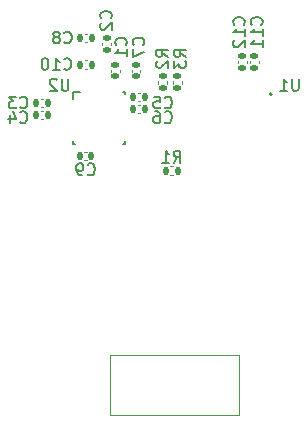
<source format=gbo>
G04 #@! TF.GenerationSoftware,KiCad,Pcbnew,8.0.5*
G04 #@! TF.CreationDate,2025-05-26T10:54:01-04:00*
G04 #@! TF.ProjectId,tcg_counter,7463675f-636f-4756-9e74-65722e6b6963,1*
G04 #@! TF.SameCoordinates,Original*
G04 #@! TF.FileFunction,Legend,Bot*
G04 #@! TF.FilePolarity,Positive*
%FSLAX46Y46*%
G04 Gerber Fmt 4.6, Leading zero omitted, Abs format (unit mm)*
G04 Created by KiCad (PCBNEW 8.0.5) date 2025-05-26 10:54:01*
%MOMM*%
%LPD*%
G01*
G04 APERTURE LIST*
G04 Aperture macros list*
%AMRoundRect*
0 Rectangle with rounded corners*
0 $1 Rounding radius*
0 $2 $3 $4 $5 $6 $7 $8 $9 X,Y pos of 4 corners*
0 Add a 4 corners polygon primitive as box body*
4,1,4,$2,$3,$4,$5,$6,$7,$8,$9,$2,$3,0*
0 Add four circle primitives for the rounded corners*
1,1,$1+$1,$2,$3*
1,1,$1+$1,$4,$5*
1,1,$1+$1,$6,$7*
1,1,$1+$1,$8,$9*
0 Add four rect primitives between the rounded corners*
20,1,$1+$1,$2,$3,$4,$5,0*
20,1,$1+$1,$4,$5,$6,$7,0*
20,1,$1+$1,$6,$7,$8,$9,0*
20,1,$1+$1,$8,$9,$2,$3,0*%
G04 Aperture macros list end*
%ADD10C,0.150000*%
%ADD11C,0.120000*%
%ADD12C,0.152400*%
%ADD13C,0.990600*%
%ADD14C,0.400000*%
%ADD15O,0.240000X0.599999*%
%ADD16O,0.599999X0.240000*%
%ADD17R,2.100001X2.100001*%
%ADD18RoundRect,0.140000X0.170000X-0.140000X0.170000X0.140000X-0.170000X0.140000X-0.170000X-0.140000X0*%
%ADD19RoundRect,0.135000X-0.185000X0.135000X-0.185000X-0.135000X0.185000X-0.135000X0.185000X0.135000X0*%
%ADD20RoundRect,0.140000X-0.140000X-0.170000X0.140000X-0.170000X0.140000X0.170000X-0.140000X0.170000X0*%
%ADD21RoundRect,0.140000X-0.170000X0.140000X-0.170000X-0.140000X0.170000X-0.140000X0.170000X0.140000X0*%
%ADD22RoundRect,0.140000X0.140000X0.170000X-0.140000X0.170000X-0.140000X-0.170000X0.140000X-0.170000X0*%
%ADD23R,0.600000X0.250000*%
%ADD24R,0.250000X0.600000*%
%ADD25R,2.200000X2.200000*%
%ADD26RoundRect,0.135000X0.135000X0.185000X-0.135000X0.185000X-0.135000X-0.185000X0.135000X-0.185000X0*%
G04 APERTURE END LIST*
D10*
X152011904Y-100704819D02*
X152011904Y-101514342D01*
X152011904Y-101514342D02*
X151964285Y-101609580D01*
X151964285Y-101609580D02*
X151916666Y-101657200D01*
X151916666Y-101657200D02*
X151821428Y-101704819D01*
X151821428Y-101704819D02*
X151630952Y-101704819D01*
X151630952Y-101704819D02*
X151535714Y-101657200D01*
X151535714Y-101657200D02*
X151488095Y-101609580D01*
X151488095Y-101609580D02*
X151440476Y-101514342D01*
X151440476Y-101514342D02*
X151440476Y-100704819D01*
X150440476Y-101704819D02*
X151011904Y-101704819D01*
X150726190Y-101704819D02*
X150726190Y-100704819D01*
X150726190Y-100704819D02*
X150821428Y-100847676D01*
X150821428Y-100847676D02*
X150916666Y-100942914D01*
X150916666Y-100942914D02*
X151011904Y-100990533D01*
X132511904Y-100704819D02*
X132511904Y-101514342D01*
X132511904Y-101514342D02*
X132464285Y-101609580D01*
X132464285Y-101609580D02*
X132416666Y-101657200D01*
X132416666Y-101657200D02*
X132321428Y-101704819D01*
X132321428Y-101704819D02*
X132130952Y-101704819D01*
X132130952Y-101704819D02*
X132035714Y-101657200D01*
X132035714Y-101657200D02*
X131988095Y-101609580D01*
X131988095Y-101609580D02*
X131940476Y-101514342D01*
X131940476Y-101514342D02*
X131940476Y-100704819D01*
X131511904Y-100800057D02*
X131464285Y-100752438D01*
X131464285Y-100752438D02*
X131369047Y-100704819D01*
X131369047Y-100704819D02*
X131130952Y-100704819D01*
X131130952Y-100704819D02*
X131035714Y-100752438D01*
X131035714Y-100752438D02*
X130988095Y-100800057D01*
X130988095Y-100800057D02*
X130940476Y-100895295D01*
X130940476Y-100895295D02*
X130940476Y-100990533D01*
X130940476Y-100990533D02*
X130988095Y-101133390D01*
X130988095Y-101133390D02*
X131559523Y-101704819D01*
X131559523Y-101704819D02*
X130940476Y-101704819D01*
X136109580Y-95583333D02*
X136157200Y-95535714D01*
X136157200Y-95535714D02*
X136204819Y-95392857D01*
X136204819Y-95392857D02*
X136204819Y-95297619D01*
X136204819Y-95297619D02*
X136157200Y-95154762D01*
X136157200Y-95154762D02*
X136061961Y-95059524D01*
X136061961Y-95059524D02*
X135966723Y-95011905D01*
X135966723Y-95011905D02*
X135776247Y-94964286D01*
X135776247Y-94964286D02*
X135633390Y-94964286D01*
X135633390Y-94964286D02*
X135442914Y-95011905D01*
X135442914Y-95011905D02*
X135347676Y-95059524D01*
X135347676Y-95059524D02*
X135252438Y-95154762D01*
X135252438Y-95154762D02*
X135204819Y-95297619D01*
X135204819Y-95297619D02*
X135204819Y-95392857D01*
X135204819Y-95392857D02*
X135252438Y-95535714D01*
X135252438Y-95535714D02*
X135300057Y-95583333D01*
X135300057Y-95964286D02*
X135252438Y-96011905D01*
X135252438Y-96011905D02*
X135204819Y-96107143D01*
X135204819Y-96107143D02*
X135204819Y-96345238D01*
X135204819Y-96345238D02*
X135252438Y-96440476D01*
X135252438Y-96440476D02*
X135300057Y-96488095D01*
X135300057Y-96488095D02*
X135395295Y-96535714D01*
X135395295Y-96535714D02*
X135490533Y-96535714D01*
X135490533Y-96535714D02*
X135633390Y-96488095D01*
X135633390Y-96488095D02*
X136204819Y-95916667D01*
X136204819Y-95916667D02*
X136204819Y-96535714D01*
X142454819Y-98833333D02*
X141978628Y-98500000D01*
X142454819Y-98261905D02*
X141454819Y-98261905D01*
X141454819Y-98261905D02*
X141454819Y-98642857D01*
X141454819Y-98642857D02*
X141502438Y-98738095D01*
X141502438Y-98738095D02*
X141550057Y-98785714D01*
X141550057Y-98785714D02*
X141645295Y-98833333D01*
X141645295Y-98833333D02*
X141788152Y-98833333D01*
X141788152Y-98833333D02*
X141883390Y-98785714D01*
X141883390Y-98785714D02*
X141931009Y-98738095D01*
X141931009Y-98738095D02*
X141978628Y-98642857D01*
X141978628Y-98642857D02*
X141978628Y-98261905D01*
X141454819Y-99166667D02*
X141454819Y-99785714D01*
X141454819Y-99785714D02*
X141835771Y-99452381D01*
X141835771Y-99452381D02*
X141835771Y-99595238D01*
X141835771Y-99595238D02*
X141883390Y-99690476D01*
X141883390Y-99690476D02*
X141931009Y-99738095D01*
X141931009Y-99738095D02*
X142026247Y-99785714D01*
X142026247Y-99785714D02*
X142264342Y-99785714D01*
X142264342Y-99785714D02*
X142359580Y-99738095D01*
X142359580Y-99738095D02*
X142407200Y-99690476D01*
X142407200Y-99690476D02*
X142454819Y-99595238D01*
X142454819Y-99595238D02*
X142454819Y-99309524D01*
X142454819Y-99309524D02*
X142407200Y-99214286D01*
X142407200Y-99214286D02*
X142359580Y-99166667D01*
X140666666Y-103109580D02*
X140714285Y-103157200D01*
X140714285Y-103157200D02*
X140857142Y-103204819D01*
X140857142Y-103204819D02*
X140952380Y-103204819D01*
X140952380Y-103204819D02*
X141095237Y-103157200D01*
X141095237Y-103157200D02*
X141190475Y-103061961D01*
X141190475Y-103061961D02*
X141238094Y-102966723D01*
X141238094Y-102966723D02*
X141285713Y-102776247D01*
X141285713Y-102776247D02*
X141285713Y-102633390D01*
X141285713Y-102633390D02*
X141238094Y-102442914D01*
X141238094Y-102442914D02*
X141190475Y-102347676D01*
X141190475Y-102347676D02*
X141095237Y-102252438D01*
X141095237Y-102252438D02*
X140952380Y-102204819D01*
X140952380Y-102204819D02*
X140857142Y-102204819D01*
X140857142Y-102204819D02*
X140714285Y-102252438D01*
X140714285Y-102252438D02*
X140666666Y-102300057D01*
X139761904Y-102204819D02*
X140238094Y-102204819D01*
X140238094Y-102204819D02*
X140285713Y-102681009D01*
X140285713Y-102681009D02*
X140238094Y-102633390D01*
X140238094Y-102633390D02*
X140142856Y-102585771D01*
X140142856Y-102585771D02*
X139904761Y-102585771D01*
X139904761Y-102585771D02*
X139809523Y-102633390D01*
X139809523Y-102633390D02*
X139761904Y-102681009D01*
X139761904Y-102681009D02*
X139714285Y-102776247D01*
X139714285Y-102776247D02*
X139714285Y-103014342D01*
X139714285Y-103014342D02*
X139761904Y-103109580D01*
X139761904Y-103109580D02*
X139809523Y-103157200D01*
X139809523Y-103157200D02*
X139904761Y-103204819D01*
X139904761Y-103204819D02*
X140142856Y-103204819D01*
X140142856Y-103204819D02*
X140238094Y-103157200D01*
X140238094Y-103157200D02*
X140285713Y-103109580D01*
X134146666Y-108769580D02*
X134194285Y-108817200D01*
X134194285Y-108817200D02*
X134337142Y-108864819D01*
X134337142Y-108864819D02*
X134432380Y-108864819D01*
X134432380Y-108864819D02*
X134575237Y-108817200D01*
X134575237Y-108817200D02*
X134670475Y-108721961D01*
X134670475Y-108721961D02*
X134718094Y-108626723D01*
X134718094Y-108626723D02*
X134765713Y-108436247D01*
X134765713Y-108436247D02*
X134765713Y-108293390D01*
X134765713Y-108293390D02*
X134718094Y-108102914D01*
X134718094Y-108102914D02*
X134670475Y-108007676D01*
X134670475Y-108007676D02*
X134575237Y-107912438D01*
X134575237Y-107912438D02*
X134432380Y-107864819D01*
X134432380Y-107864819D02*
X134337142Y-107864819D01*
X134337142Y-107864819D02*
X134194285Y-107912438D01*
X134194285Y-107912438D02*
X134146666Y-107960057D01*
X133670475Y-108864819D02*
X133479999Y-108864819D01*
X133479999Y-108864819D02*
X133384761Y-108817200D01*
X133384761Y-108817200D02*
X133337142Y-108769580D01*
X133337142Y-108769580D02*
X133241904Y-108626723D01*
X133241904Y-108626723D02*
X133194285Y-108436247D01*
X133194285Y-108436247D02*
X133194285Y-108055295D01*
X133194285Y-108055295D02*
X133241904Y-107960057D01*
X133241904Y-107960057D02*
X133289523Y-107912438D01*
X133289523Y-107912438D02*
X133384761Y-107864819D01*
X133384761Y-107864819D02*
X133575237Y-107864819D01*
X133575237Y-107864819D02*
X133670475Y-107912438D01*
X133670475Y-107912438D02*
X133718094Y-107960057D01*
X133718094Y-107960057D02*
X133765713Y-108055295D01*
X133765713Y-108055295D02*
X133765713Y-108293390D01*
X133765713Y-108293390D02*
X133718094Y-108388628D01*
X133718094Y-108388628D02*
X133670475Y-108436247D01*
X133670475Y-108436247D02*
X133575237Y-108483866D01*
X133575237Y-108483866D02*
X133384761Y-108483866D01*
X133384761Y-108483866D02*
X133289523Y-108436247D01*
X133289523Y-108436247D02*
X133241904Y-108388628D01*
X133241904Y-108388628D02*
X133194285Y-108293390D01*
X140954819Y-98833333D02*
X140478628Y-98500000D01*
X140954819Y-98261905D02*
X139954819Y-98261905D01*
X139954819Y-98261905D02*
X139954819Y-98642857D01*
X139954819Y-98642857D02*
X140002438Y-98738095D01*
X140002438Y-98738095D02*
X140050057Y-98785714D01*
X140050057Y-98785714D02*
X140145295Y-98833333D01*
X140145295Y-98833333D02*
X140288152Y-98833333D01*
X140288152Y-98833333D02*
X140383390Y-98785714D01*
X140383390Y-98785714D02*
X140431009Y-98738095D01*
X140431009Y-98738095D02*
X140478628Y-98642857D01*
X140478628Y-98642857D02*
X140478628Y-98261905D01*
X140050057Y-99214286D02*
X140002438Y-99261905D01*
X140002438Y-99261905D02*
X139954819Y-99357143D01*
X139954819Y-99357143D02*
X139954819Y-99595238D01*
X139954819Y-99595238D02*
X140002438Y-99690476D01*
X140002438Y-99690476D02*
X140050057Y-99738095D01*
X140050057Y-99738095D02*
X140145295Y-99785714D01*
X140145295Y-99785714D02*
X140240533Y-99785714D01*
X140240533Y-99785714D02*
X140383390Y-99738095D01*
X140383390Y-99738095D02*
X140954819Y-99166667D01*
X140954819Y-99166667D02*
X140954819Y-99785714D01*
X138859580Y-97833333D02*
X138907200Y-97785714D01*
X138907200Y-97785714D02*
X138954819Y-97642857D01*
X138954819Y-97642857D02*
X138954819Y-97547619D01*
X138954819Y-97547619D02*
X138907200Y-97404762D01*
X138907200Y-97404762D02*
X138811961Y-97309524D01*
X138811961Y-97309524D02*
X138716723Y-97261905D01*
X138716723Y-97261905D02*
X138526247Y-97214286D01*
X138526247Y-97214286D02*
X138383390Y-97214286D01*
X138383390Y-97214286D02*
X138192914Y-97261905D01*
X138192914Y-97261905D02*
X138097676Y-97309524D01*
X138097676Y-97309524D02*
X138002438Y-97404762D01*
X138002438Y-97404762D02*
X137954819Y-97547619D01*
X137954819Y-97547619D02*
X137954819Y-97642857D01*
X137954819Y-97642857D02*
X138002438Y-97785714D01*
X138002438Y-97785714D02*
X138050057Y-97833333D01*
X137954819Y-98166667D02*
X137954819Y-98833333D01*
X137954819Y-98833333D02*
X138954819Y-98404762D01*
X128416666Y-103109580D02*
X128464285Y-103157200D01*
X128464285Y-103157200D02*
X128607142Y-103204819D01*
X128607142Y-103204819D02*
X128702380Y-103204819D01*
X128702380Y-103204819D02*
X128845237Y-103157200D01*
X128845237Y-103157200D02*
X128940475Y-103061961D01*
X128940475Y-103061961D02*
X128988094Y-102966723D01*
X128988094Y-102966723D02*
X129035713Y-102776247D01*
X129035713Y-102776247D02*
X129035713Y-102633390D01*
X129035713Y-102633390D02*
X128988094Y-102442914D01*
X128988094Y-102442914D02*
X128940475Y-102347676D01*
X128940475Y-102347676D02*
X128845237Y-102252438D01*
X128845237Y-102252438D02*
X128702380Y-102204819D01*
X128702380Y-102204819D02*
X128607142Y-102204819D01*
X128607142Y-102204819D02*
X128464285Y-102252438D01*
X128464285Y-102252438D02*
X128416666Y-102300057D01*
X128083332Y-102204819D02*
X127464285Y-102204819D01*
X127464285Y-102204819D02*
X127797618Y-102585771D01*
X127797618Y-102585771D02*
X127654761Y-102585771D01*
X127654761Y-102585771D02*
X127559523Y-102633390D01*
X127559523Y-102633390D02*
X127511904Y-102681009D01*
X127511904Y-102681009D02*
X127464285Y-102776247D01*
X127464285Y-102776247D02*
X127464285Y-103014342D01*
X127464285Y-103014342D02*
X127511904Y-103109580D01*
X127511904Y-103109580D02*
X127559523Y-103157200D01*
X127559523Y-103157200D02*
X127654761Y-103204819D01*
X127654761Y-103204819D02*
X127940475Y-103204819D01*
X127940475Y-103204819D02*
X128035713Y-103157200D01*
X128035713Y-103157200D02*
X128083332Y-103109580D01*
X148859580Y-96107142D02*
X148907200Y-96059523D01*
X148907200Y-96059523D02*
X148954819Y-95916666D01*
X148954819Y-95916666D02*
X148954819Y-95821428D01*
X148954819Y-95821428D02*
X148907200Y-95678571D01*
X148907200Y-95678571D02*
X148811961Y-95583333D01*
X148811961Y-95583333D02*
X148716723Y-95535714D01*
X148716723Y-95535714D02*
X148526247Y-95488095D01*
X148526247Y-95488095D02*
X148383390Y-95488095D01*
X148383390Y-95488095D02*
X148192914Y-95535714D01*
X148192914Y-95535714D02*
X148097676Y-95583333D01*
X148097676Y-95583333D02*
X148002438Y-95678571D01*
X148002438Y-95678571D02*
X147954819Y-95821428D01*
X147954819Y-95821428D02*
X147954819Y-95916666D01*
X147954819Y-95916666D02*
X148002438Y-96059523D01*
X148002438Y-96059523D02*
X148050057Y-96107142D01*
X148954819Y-97059523D02*
X148954819Y-96488095D01*
X148954819Y-96773809D02*
X147954819Y-96773809D01*
X147954819Y-96773809D02*
X148097676Y-96678571D01*
X148097676Y-96678571D02*
X148192914Y-96583333D01*
X148192914Y-96583333D02*
X148240533Y-96488095D01*
X148954819Y-98011904D02*
X148954819Y-97440476D01*
X148954819Y-97726190D02*
X147954819Y-97726190D01*
X147954819Y-97726190D02*
X148097676Y-97630952D01*
X148097676Y-97630952D02*
X148192914Y-97535714D01*
X148192914Y-97535714D02*
X148240533Y-97440476D01*
X132166666Y-97609580D02*
X132214285Y-97657200D01*
X132214285Y-97657200D02*
X132357142Y-97704819D01*
X132357142Y-97704819D02*
X132452380Y-97704819D01*
X132452380Y-97704819D02*
X132595237Y-97657200D01*
X132595237Y-97657200D02*
X132690475Y-97561961D01*
X132690475Y-97561961D02*
X132738094Y-97466723D01*
X132738094Y-97466723D02*
X132785713Y-97276247D01*
X132785713Y-97276247D02*
X132785713Y-97133390D01*
X132785713Y-97133390D02*
X132738094Y-96942914D01*
X132738094Y-96942914D02*
X132690475Y-96847676D01*
X132690475Y-96847676D02*
X132595237Y-96752438D01*
X132595237Y-96752438D02*
X132452380Y-96704819D01*
X132452380Y-96704819D02*
X132357142Y-96704819D01*
X132357142Y-96704819D02*
X132214285Y-96752438D01*
X132214285Y-96752438D02*
X132166666Y-96800057D01*
X131595237Y-97133390D02*
X131690475Y-97085771D01*
X131690475Y-97085771D02*
X131738094Y-97038152D01*
X131738094Y-97038152D02*
X131785713Y-96942914D01*
X131785713Y-96942914D02*
X131785713Y-96895295D01*
X131785713Y-96895295D02*
X131738094Y-96800057D01*
X131738094Y-96800057D02*
X131690475Y-96752438D01*
X131690475Y-96752438D02*
X131595237Y-96704819D01*
X131595237Y-96704819D02*
X131404761Y-96704819D01*
X131404761Y-96704819D02*
X131309523Y-96752438D01*
X131309523Y-96752438D02*
X131261904Y-96800057D01*
X131261904Y-96800057D02*
X131214285Y-96895295D01*
X131214285Y-96895295D02*
X131214285Y-96942914D01*
X131214285Y-96942914D02*
X131261904Y-97038152D01*
X131261904Y-97038152D02*
X131309523Y-97085771D01*
X131309523Y-97085771D02*
X131404761Y-97133390D01*
X131404761Y-97133390D02*
X131595237Y-97133390D01*
X131595237Y-97133390D02*
X131690475Y-97181009D01*
X131690475Y-97181009D02*
X131738094Y-97228628D01*
X131738094Y-97228628D02*
X131785713Y-97323866D01*
X131785713Y-97323866D02*
X131785713Y-97514342D01*
X131785713Y-97514342D02*
X131738094Y-97609580D01*
X131738094Y-97609580D02*
X131690475Y-97657200D01*
X131690475Y-97657200D02*
X131595237Y-97704819D01*
X131595237Y-97704819D02*
X131404761Y-97704819D01*
X131404761Y-97704819D02*
X131309523Y-97657200D01*
X131309523Y-97657200D02*
X131261904Y-97609580D01*
X131261904Y-97609580D02*
X131214285Y-97514342D01*
X131214285Y-97514342D02*
X131214285Y-97323866D01*
X131214285Y-97323866D02*
X131261904Y-97228628D01*
X131261904Y-97228628D02*
X131309523Y-97181009D01*
X131309523Y-97181009D02*
X131404761Y-97133390D01*
X141416666Y-107784819D02*
X141749999Y-107308628D01*
X141988094Y-107784819D02*
X141988094Y-106784819D01*
X141988094Y-106784819D02*
X141607142Y-106784819D01*
X141607142Y-106784819D02*
X141511904Y-106832438D01*
X141511904Y-106832438D02*
X141464285Y-106880057D01*
X141464285Y-106880057D02*
X141416666Y-106975295D01*
X141416666Y-106975295D02*
X141416666Y-107118152D01*
X141416666Y-107118152D02*
X141464285Y-107213390D01*
X141464285Y-107213390D02*
X141511904Y-107261009D01*
X141511904Y-107261009D02*
X141607142Y-107308628D01*
X141607142Y-107308628D02*
X141988094Y-107308628D01*
X140464285Y-107784819D02*
X141035713Y-107784819D01*
X140749999Y-107784819D02*
X140749999Y-106784819D01*
X140749999Y-106784819D02*
X140845237Y-106927676D01*
X140845237Y-106927676D02*
X140940475Y-107022914D01*
X140940475Y-107022914D02*
X141035713Y-107070533D01*
X128416666Y-104359580D02*
X128464285Y-104407200D01*
X128464285Y-104407200D02*
X128607142Y-104454819D01*
X128607142Y-104454819D02*
X128702380Y-104454819D01*
X128702380Y-104454819D02*
X128845237Y-104407200D01*
X128845237Y-104407200D02*
X128940475Y-104311961D01*
X128940475Y-104311961D02*
X128988094Y-104216723D01*
X128988094Y-104216723D02*
X129035713Y-104026247D01*
X129035713Y-104026247D02*
X129035713Y-103883390D01*
X129035713Y-103883390D02*
X128988094Y-103692914D01*
X128988094Y-103692914D02*
X128940475Y-103597676D01*
X128940475Y-103597676D02*
X128845237Y-103502438D01*
X128845237Y-103502438D02*
X128702380Y-103454819D01*
X128702380Y-103454819D02*
X128607142Y-103454819D01*
X128607142Y-103454819D02*
X128464285Y-103502438D01*
X128464285Y-103502438D02*
X128416666Y-103550057D01*
X127559523Y-103788152D02*
X127559523Y-104454819D01*
X127797618Y-103407200D02*
X128035713Y-104121485D01*
X128035713Y-104121485D02*
X127416666Y-104121485D01*
X147359580Y-96107142D02*
X147407200Y-96059523D01*
X147407200Y-96059523D02*
X147454819Y-95916666D01*
X147454819Y-95916666D02*
X147454819Y-95821428D01*
X147454819Y-95821428D02*
X147407200Y-95678571D01*
X147407200Y-95678571D02*
X147311961Y-95583333D01*
X147311961Y-95583333D02*
X147216723Y-95535714D01*
X147216723Y-95535714D02*
X147026247Y-95488095D01*
X147026247Y-95488095D02*
X146883390Y-95488095D01*
X146883390Y-95488095D02*
X146692914Y-95535714D01*
X146692914Y-95535714D02*
X146597676Y-95583333D01*
X146597676Y-95583333D02*
X146502438Y-95678571D01*
X146502438Y-95678571D02*
X146454819Y-95821428D01*
X146454819Y-95821428D02*
X146454819Y-95916666D01*
X146454819Y-95916666D02*
X146502438Y-96059523D01*
X146502438Y-96059523D02*
X146550057Y-96107142D01*
X147454819Y-97059523D02*
X147454819Y-96488095D01*
X147454819Y-96773809D02*
X146454819Y-96773809D01*
X146454819Y-96773809D02*
X146597676Y-96678571D01*
X146597676Y-96678571D02*
X146692914Y-96583333D01*
X146692914Y-96583333D02*
X146740533Y-96488095D01*
X146550057Y-97440476D02*
X146502438Y-97488095D01*
X146502438Y-97488095D02*
X146454819Y-97583333D01*
X146454819Y-97583333D02*
X146454819Y-97821428D01*
X146454819Y-97821428D02*
X146502438Y-97916666D01*
X146502438Y-97916666D02*
X146550057Y-97964285D01*
X146550057Y-97964285D02*
X146645295Y-98011904D01*
X146645295Y-98011904D02*
X146740533Y-98011904D01*
X146740533Y-98011904D02*
X146883390Y-97964285D01*
X146883390Y-97964285D02*
X147454819Y-97392857D01*
X147454819Y-97392857D02*
X147454819Y-98011904D01*
X132142857Y-99859580D02*
X132190476Y-99907200D01*
X132190476Y-99907200D02*
X132333333Y-99954819D01*
X132333333Y-99954819D02*
X132428571Y-99954819D01*
X132428571Y-99954819D02*
X132571428Y-99907200D01*
X132571428Y-99907200D02*
X132666666Y-99811961D01*
X132666666Y-99811961D02*
X132714285Y-99716723D01*
X132714285Y-99716723D02*
X132761904Y-99526247D01*
X132761904Y-99526247D02*
X132761904Y-99383390D01*
X132761904Y-99383390D02*
X132714285Y-99192914D01*
X132714285Y-99192914D02*
X132666666Y-99097676D01*
X132666666Y-99097676D02*
X132571428Y-99002438D01*
X132571428Y-99002438D02*
X132428571Y-98954819D01*
X132428571Y-98954819D02*
X132333333Y-98954819D01*
X132333333Y-98954819D02*
X132190476Y-99002438D01*
X132190476Y-99002438D02*
X132142857Y-99050057D01*
X131190476Y-99954819D02*
X131761904Y-99954819D01*
X131476190Y-99954819D02*
X131476190Y-98954819D01*
X131476190Y-98954819D02*
X131571428Y-99097676D01*
X131571428Y-99097676D02*
X131666666Y-99192914D01*
X131666666Y-99192914D02*
X131761904Y-99240533D01*
X130571428Y-98954819D02*
X130476190Y-98954819D01*
X130476190Y-98954819D02*
X130380952Y-99002438D01*
X130380952Y-99002438D02*
X130333333Y-99050057D01*
X130333333Y-99050057D02*
X130285714Y-99145295D01*
X130285714Y-99145295D02*
X130238095Y-99335771D01*
X130238095Y-99335771D02*
X130238095Y-99573866D01*
X130238095Y-99573866D02*
X130285714Y-99764342D01*
X130285714Y-99764342D02*
X130333333Y-99859580D01*
X130333333Y-99859580D02*
X130380952Y-99907200D01*
X130380952Y-99907200D02*
X130476190Y-99954819D01*
X130476190Y-99954819D02*
X130571428Y-99954819D01*
X130571428Y-99954819D02*
X130666666Y-99907200D01*
X130666666Y-99907200D02*
X130714285Y-99859580D01*
X130714285Y-99859580D02*
X130761904Y-99764342D01*
X130761904Y-99764342D02*
X130809523Y-99573866D01*
X130809523Y-99573866D02*
X130809523Y-99335771D01*
X130809523Y-99335771D02*
X130761904Y-99145295D01*
X130761904Y-99145295D02*
X130714285Y-99050057D01*
X130714285Y-99050057D02*
X130666666Y-99002438D01*
X130666666Y-99002438D02*
X130571428Y-98954819D01*
X137359580Y-97833333D02*
X137407200Y-97785714D01*
X137407200Y-97785714D02*
X137454819Y-97642857D01*
X137454819Y-97642857D02*
X137454819Y-97547619D01*
X137454819Y-97547619D02*
X137407200Y-97404762D01*
X137407200Y-97404762D02*
X137311961Y-97309524D01*
X137311961Y-97309524D02*
X137216723Y-97261905D01*
X137216723Y-97261905D02*
X137026247Y-97214286D01*
X137026247Y-97214286D02*
X136883390Y-97214286D01*
X136883390Y-97214286D02*
X136692914Y-97261905D01*
X136692914Y-97261905D02*
X136597676Y-97309524D01*
X136597676Y-97309524D02*
X136502438Y-97404762D01*
X136502438Y-97404762D02*
X136454819Y-97547619D01*
X136454819Y-97547619D02*
X136454819Y-97642857D01*
X136454819Y-97642857D02*
X136502438Y-97785714D01*
X136502438Y-97785714D02*
X136550057Y-97833333D01*
X137454819Y-98785714D02*
X137454819Y-98214286D01*
X137454819Y-98500000D02*
X136454819Y-98500000D01*
X136454819Y-98500000D02*
X136597676Y-98404762D01*
X136597676Y-98404762D02*
X136692914Y-98309524D01*
X136692914Y-98309524D02*
X136740533Y-98214286D01*
X140666666Y-104359580D02*
X140714285Y-104407200D01*
X140714285Y-104407200D02*
X140857142Y-104454819D01*
X140857142Y-104454819D02*
X140952380Y-104454819D01*
X140952380Y-104454819D02*
X141095237Y-104407200D01*
X141095237Y-104407200D02*
X141190475Y-104311961D01*
X141190475Y-104311961D02*
X141238094Y-104216723D01*
X141238094Y-104216723D02*
X141285713Y-104026247D01*
X141285713Y-104026247D02*
X141285713Y-103883390D01*
X141285713Y-103883390D02*
X141238094Y-103692914D01*
X141238094Y-103692914D02*
X141190475Y-103597676D01*
X141190475Y-103597676D02*
X141095237Y-103502438D01*
X141095237Y-103502438D02*
X140952380Y-103454819D01*
X140952380Y-103454819D02*
X140857142Y-103454819D01*
X140857142Y-103454819D02*
X140714285Y-103502438D01*
X140714285Y-103502438D02*
X140666666Y-103550057D01*
X139809523Y-103454819D02*
X139999999Y-103454819D01*
X139999999Y-103454819D02*
X140095237Y-103502438D01*
X140095237Y-103502438D02*
X140142856Y-103550057D01*
X140142856Y-103550057D02*
X140238094Y-103692914D01*
X140238094Y-103692914D02*
X140285713Y-103883390D01*
X140285713Y-103883390D02*
X140285713Y-104264342D01*
X140285713Y-104264342D02*
X140238094Y-104359580D01*
X140238094Y-104359580D02*
X140190475Y-104407200D01*
X140190475Y-104407200D02*
X140095237Y-104454819D01*
X140095237Y-104454819D02*
X139904761Y-104454819D01*
X139904761Y-104454819D02*
X139809523Y-104407200D01*
X139809523Y-104407200D02*
X139761904Y-104359580D01*
X139761904Y-104359580D02*
X139714285Y-104264342D01*
X139714285Y-104264342D02*
X139714285Y-104026247D01*
X139714285Y-104026247D02*
X139761904Y-103931009D01*
X139761904Y-103931009D02*
X139809523Y-103883390D01*
X139809523Y-103883390D02*
X139904761Y-103835771D01*
X139904761Y-103835771D02*
X140095237Y-103835771D01*
X140095237Y-103835771D02*
X140190475Y-103883390D01*
X140190475Y-103883390D02*
X140238094Y-103931009D01*
X140238094Y-103931009D02*
X140285713Y-104026247D01*
D11*
X136030000Y-124095000D02*
X146970000Y-124095000D01*
X136030000Y-129175000D02*
X136030000Y-124095000D01*
X146970000Y-124095000D02*
X146970000Y-129175000D01*
X146970000Y-129175000D02*
X136030000Y-129175000D01*
D12*
X132875002Y-101775001D02*
X133500002Y-101775001D01*
X132875002Y-102400001D02*
X132875002Y-101775001D01*
X132875002Y-106224999D02*
X132875002Y-106000001D01*
X132875002Y-106224999D02*
X133100000Y-106224999D01*
X137100002Y-101775001D02*
X137325000Y-101775001D01*
X137100002Y-106224999D02*
X137325000Y-106224999D01*
X137325000Y-101999999D02*
X137325000Y-101775001D01*
X137325000Y-106224999D02*
X137325000Y-106000001D01*
D11*
X135390000Y-97642164D02*
X135390000Y-97857836D01*
X136110000Y-97642164D02*
X136110000Y-97857836D01*
X141370000Y-101153641D02*
X141370000Y-100846359D01*
X142130000Y-101153641D02*
X142130000Y-100846359D01*
X138607836Y-101890000D02*
X138392164Y-101890000D01*
X138607836Y-102610000D02*
X138392164Y-102610000D01*
X134087836Y-106890000D02*
X133872164Y-106890000D01*
X134087836Y-107610000D02*
X133872164Y-107610000D01*
X140120000Y-101153641D02*
X140120000Y-100846359D01*
X140880000Y-101153641D02*
X140880000Y-100846359D01*
X137890000Y-100127836D02*
X137890000Y-99912164D01*
X138610000Y-100127836D02*
X138610000Y-99912164D01*
X130162164Y-102390000D02*
X130377836Y-102390000D01*
X130162164Y-103110000D02*
X130377836Y-103110000D01*
D10*
X149750001Y-101992300D02*
G75*
G02*
X149550001Y-101992300I-100000J0D01*
G01*
X149550001Y-101992300D02*
G75*
G02*
X149750001Y-101992300I100000J0D01*
G01*
D11*
X147890000Y-99162164D02*
X147890000Y-99377836D01*
X148610000Y-99162164D02*
X148610000Y-99377836D01*
X134107836Y-96890000D02*
X133892164Y-96890000D01*
X134107836Y-97610000D02*
X133892164Y-97610000D01*
X141096359Y-108120000D02*
X141403641Y-108120000D01*
X141096359Y-108880000D02*
X141403641Y-108880000D01*
X130162164Y-103390000D02*
X130377836Y-103390000D01*
X130162164Y-104110000D02*
X130377836Y-104110000D01*
X146890000Y-99162164D02*
X146890000Y-99377836D01*
X147610000Y-99162164D02*
X147610000Y-99377836D01*
X134107836Y-99140000D02*
X133892164Y-99140000D01*
X134107836Y-99860000D02*
X133892164Y-99860000D01*
X136140000Y-99912164D02*
X136140000Y-100127836D01*
X136860000Y-99912164D02*
X136860000Y-100127836D01*
X138587836Y-102890000D02*
X138372164Y-102890000D01*
X138587836Y-103610000D02*
X138372164Y-103610000D01*
%LPC*%
D13*
X137690000Y-126635000D03*
X145310000Y-125619000D03*
X145310000Y-127651000D03*
D14*
X135100001Y-103200000D03*
X135900001Y-104000000D03*
X135100001Y-104000000D03*
X134300001Y-104000000D03*
X135100001Y-104800000D03*
D15*
X133850001Y-102100001D03*
X134350000Y-102100001D03*
X134850001Y-102100001D03*
X135350001Y-102100001D03*
X135850002Y-102100001D03*
X136350001Y-102100001D03*
D16*
X137000000Y-102750000D03*
X137000000Y-103249999D03*
X137000000Y-103750000D03*
X137000000Y-104250000D03*
X137000000Y-104750001D03*
X137000000Y-105250000D03*
D15*
X136350001Y-105899999D03*
X135850002Y-105899999D03*
X135350001Y-105899999D03*
X134850001Y-105899999D03*
X134350000Y-105899999D03*
X133850001Y-105899999D03*
D16*
X133200002Y-105250000D03*
X133200002Y-104750001D03*
X133200002Y-104250000D03*
X133200002Y-103750000D03*
X133200002Y-103249999D03*
X133200002Y-102750000D03*
D17*
X135100001Y-104000000D03*
D18*
X135750000Y-98230000D03*
X135750000Y-97270000D03*
D19*
X141750000Y-100490000D03*
X141750000Y-101510000D03*
D20*
X138020000Y-102250000D03*
X138980000Y-102250000D03*
X133500000Y-107250000D03*
X134460000Y-107250000D03*
D19*
X140500000Y-100490000D03*
X140500000Y-101510000D03*
D21*
X138250000Y-99540000D03*
X138250000Y-100500000D03*
D22*
X130750000Y-102750000D03*
X129790000Y-102750000D03*
D14*
X147750001Y-103042300D03*
X148600001Y-103892300D03*
X147750001Y-103892300D03*
X146900001Y-103892300D03*
X147750001Y-104742300D03*
D23*
X149650001Y-102642300D03*
X149650001Y-103142300D03*
X149650001Y-103642300D03*
X149650001Y-104142300D03*
X149650001Y-104642300D03*
X149650001Y-105142300D03*
D24*
X149000001Y-105792300D03*
X148500001Y-105792300D03*
X148000001Y-105792300D03*
X147500001Y-105792300D03*
X147000001Y-105792300D03*
X146500001Y-105792300D03*
D23*
X145850001Y-105142300D03*
X145850001Y-104642300D03*
X145850001Y-104142300D03*
X145850001Y-103642300D03*
X145850001Y-103142300D03*
X145850001Y-102642300D03*
D24*
X146500001Y-101992300D03*
X147000001Y-101992300D03*
X147500001Y-101992300D03*
X148000001Y-101992300D03*
X148500001Y-101992300D03*
X149000001Y-101992300D03*
D25*
X147750001Y-103892300D03*
D18*
X148250000Y-99750000D03*
X148250000Y-98790000D03*
D20*
X133520000Y-97250000D03*
X134480000Y-97250000D03*
D26*
X141760000Y-108500000D03*
X140740000Y-108500000D03*
D22*
X130750000Y-103750000D03*
X129790000Y-103750000D03*
D18*
X147250000Y-99750000D03*
X147250000Y-98790000D03*
D20*
X133520000Y-99500000D03*
X134480000Y-99500000D03*
D18*
X136500000Y-100500000D03*
X136500000Y-99540000D03*
D20*
X138000000Y-103250000D03*
X138960000Y-103250000D03*
%LPD*%
M02*

</source>
